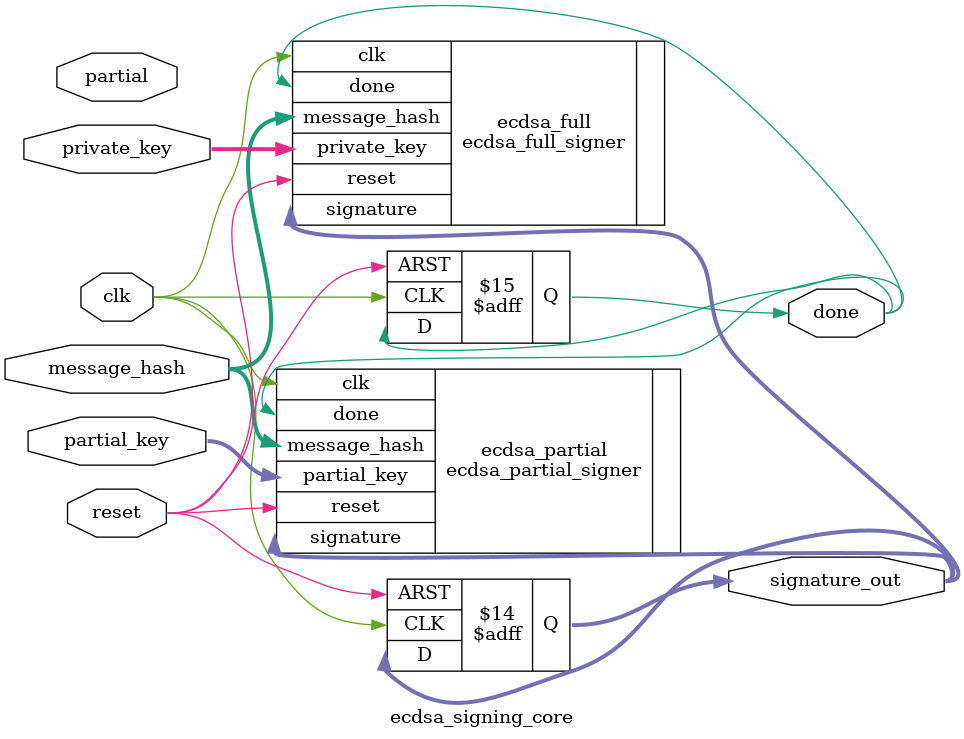
<source format=v>
module ecdsa_signing_core (
    input wire clk,
    input wire reset,
    input wire [255:0] private_key,    // Full private key for ECDSA
    input wire [127:0] message_hash,   // Message hash
    input wire partial,                // Use partial signing (threshold)
    input wire [255:0] partial_key,    // Shard of the private key for partial signature
    output reg [255:0] signature_out,  // ECDSA signature
    output reg done
);

    ecdsa_full_signer ecdsa_full (
        .clk(clk),
        .reset(reset),
        .private_key(private_key),
        .message_hash(message_hash),
        .signature(signature_out),
        .done(done)
    );

    ecdsa_partial_signer ecdsa_partial (
        .clk(clk),
        .reset(reset),
        .partial_key(partial_key),
        .message_hash(message_hash),
        .signature(signature_out),
        .done(done)
    );

    always @(posedge clk or posedge reset) begin
        if (reset) begin
            signature_out <= 256'b0;
            done <= 0;
        end else if (partial) begin
            // Use partial key signing if indicated
            ecdsa_partial.partial_key <= partial_key;
            ecdsa_partial.message_hash <= message_hash;
        end else begin
            // Use full key signing
            ecdsa_full.private_key <= private_key;
            ecdsa_full.message_hash <= message_hash;
        end
    end
endmodule
</source>
